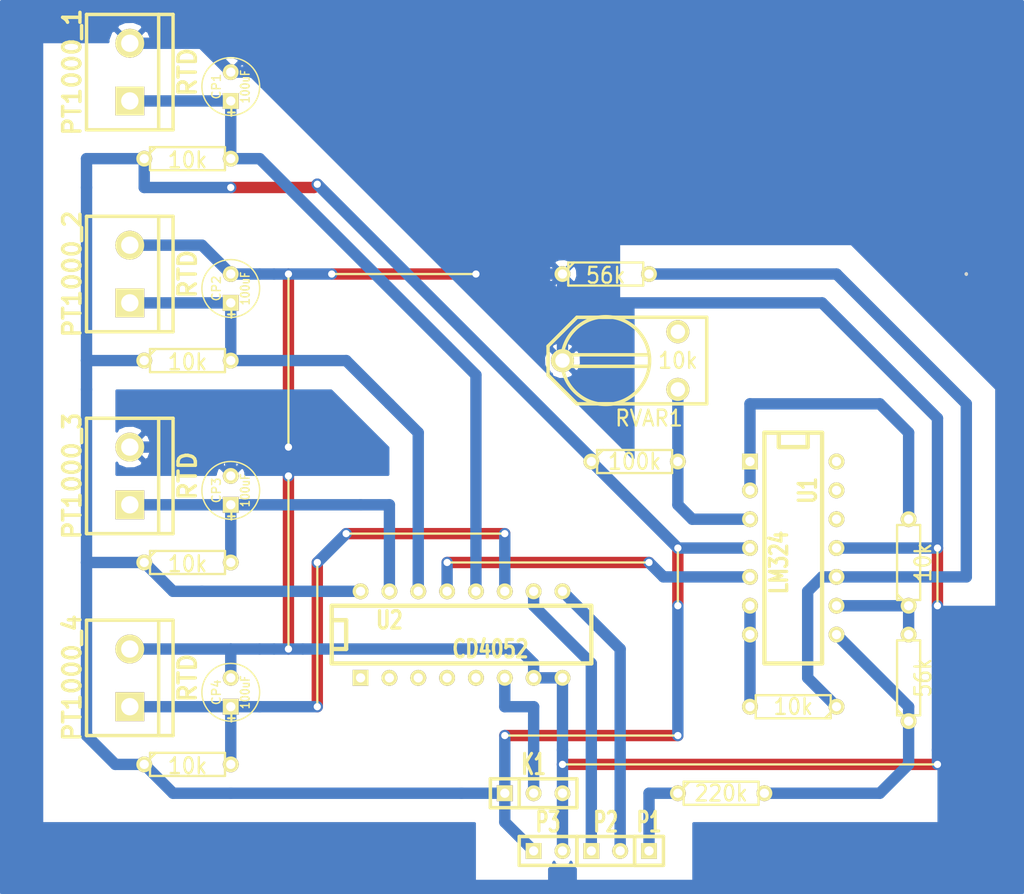
<source format=kicad_pcb>
(kicad_pcb (version 3) (host pcbnew "(2013-may-18)-stable")

  (general
    (links 51)
    (no_connects 0)
    (area 7.62 22.554267 97.790001 102.870001)
    (thickness 1.6)
    (drawings 17)
    (tracks 162)
    (zones 0)
    (modules 25)
    (nets 18)
  )

  (page A4 portrait)
  (layers
    (15 F.Cu signal)
    (0 B.Cu signal)
    (16 B.Adhes user)
    (17 F.Adhes user)
    (18 B.Paste user)
    (19 F.Paste user)
    (20 B.SilkS user)
    (21 F.SilkS user)
    (22 B.Mask user)
    (23 F.Mask user)
    (24 Dwgs.User user)
    (25 Cmts.User user)
    (26 Eco1.User user)
    (27 Eco2.User user)
  )

  (setup
    (last_trace_width 1)
    (trace_clearance 1)
    (zone_clearance 0.508)
    (zone_45_only no)
    (trace_min 0.254)
    (segment_width 0.2)
    (edge_width 0.15)
    (via_size 0.889)
    (via_drill 0.635)
    (via_min_size 0.889)
    (via_min_drill 0.508)
    (uvia_size 0.508)
    (uvia_drill 0.127)
    (uvias_allowed no)
    (uvia_min_size 0.508)
    (uvia_min_drill 0.127)
    (pcb_text_width 0.3)
    (pcb_text_size 1 1)
    (mod_edge_width 0.15)
    (mod_text_size 1 1)
    (mod_text_width 0.15)
    (pad_size 1.524 1.524)
    (pad_drill 1.016)
    (pad_to_mask_clearance 0)
    (aux_axis_origin 12.7 58.42)
    (visible_elements FFFFFFBF)
    (pcbplotparams
      (layerselection 1)
      (usegerberextensions false)
      (excludeedgelayer true)
      (linewidth 0.150000)
      (plotframeref false)
      (viasonmask false)
      (mode 0)
      (useauxorigin false)
      (hpglpennumber 1)
      (hpglpenspeed 20)
      (hpglpendiameter 15)
      (hpglpenoverlay 2)
      (psnegative false)
      (psa4output false)
      (plotreference true)
      (plotvalue true)
      (plotothertext true)
      (plotinvisibletext false)
      (padsonsilk false)
      (subtractmaskfromsilk false)
      (outputformat 2)
      (mirror true)
      (drillshape 2)
      (scaleselection 1)
      (outputdirectory .))
  )

  (net 0 "")
  (net 1 GND)
  (net 2 N-0000010)
  (net 3 N-0000011)
  (net 4 N-0000012)
  (net 5 N-0000013)
  (net 6 N-0000014)
  (net 7 N-0000015)
  (net 8 N-0000021)
  (net 9 N-0000022)
  (net 10 N-000003)
  (net 11 N-000004)
  (net 12 N-000005)
  (net 13 N-000006)
  (net 14 N-000007)
  (net 15 N-000008)
  (net 16 N-000009)
  (net 17 VCC)

  (net_class Default "This is the default net class."
    (clearance 1)
    (trace_width 1)
    (via_dia 0.889)
    (via_drill 0.635)
    (uvia_dia 0.508)
    (uvia_drill 0.127)
    (add_net "")
    (add_net GND)
    (add_net N-0000010)
    (add_net N-0000011)
    (add_net N-0000012)
    (add_net N-0000013)
    (add_net N-0000014)
    (add_net N-0000015)
    (add_net N-0000021)
    (add_net N-0000022)
    (add_net N-000003)
    (add_net N-000004)
    (add_net N-000005)
    (add_net N-000006)
    (add_net N-000007)
    (add_net N-000008)
    (add_net N-000009)
    (add_net VCC)
  )

  (module RV2X4 (layer F.Cu) (tedit 542E3783) (tstamp 542DC64C)
    (at 62.23 55.88 180)
    (descr "Resistance variable / Potentiometre")
    (tags R)
    (path /4C134982)
    (fp_text reference RVAR1 (at -2.54 -5.08 180) (layer F.SilkS)
      (effects (font (size 1.397 1.27) (thickness 0.2032)))
    )
    (fp_text value 10k (at -5.08 0 180) (layer F.SilkS)
      (effects (font (size 1.397 1.27) (thickness 0.2032)))
    )
    (fp_line (start -7.62 -3.81) (end 3.81 -3.81) (layer F.SilkS) (width 0.3048))
    (fp_line (start 3.81 -3.81) (end 6.35 -1.27) (layer F.SilkS) (width 0.3048))
    (fp_line (start 6.35 -1.27) (end 6.35 1.27) (layer F.SilkS) (width 0.3048))
    (fp_line (start 6.35 1.27) (end 3.81 3.81) (layer F.SilkS) (width 0.3048))
    (fp_line (start 3.81 3.81) (end -7.62 3.81) (layer F.SilkS) (width 0.3048))
    (fp_line (start -7.62 3.81) (end -7.62 -3.81) (layer F.SilkS) (width 0.3048))
    (fp_line (start 0.762 -3.81) (end 1.905 -3.81) (layer F.SilkS) (width 0.3048))
    (fp_line (start 1.651 3.81) (end 0.762 3.81) (layer F.SilkS) (width 0.3048))
    (fp_line (start -2.54 -0.508) (end 4.953 -0.508) (layer F.SilkS) (width 0.3048))
    (fp_line (start -2.54 0.508) (end 4.953 0.508) (layer F.SilkS) (width 0.3048))
    (fp_circle (center 1.27 0) (end -2.54 -0.635) (layer F.SilkS) (width 0.3048))
    (pad 1 thru_hole circle (at -5.08 -2.54 180) (size 2.032 2.032) (drill 1.27)
      (layers *.Cu *.Mask F.SilkS)
      (net 5 N-0000013)
    )
    (pad 2 thru_hole circle (at 5.08 0 180) (size 2.032 2.032) (drill 1.27)
      (layers *.Cu *.Mask F.SilkS)
      (net 1 GND)
    )
    (pad 3 thru_hole circle (at -5.08 2.54 180) (size 2.032 2.032) (drill 1.27)
      (layers *.Cu *.Mask F.SilkS)
    )
    (model discret/adjustable_rx2v4.wrl
      (at (xyz 0 0 0))
      (scale (xyz 1 1 1))
      (rotate (xyz 0 0 0))
    )
  )

  (module R3 (layer F.Cu) (tedit 542E931B) (tstamp 542DC65A)
    (at 87.63 73.66 90)
    (descr "Resitance 3 pas")
    (tags R)
    (path /4C036784)
    (autoplace_cost180 10)
    (fp_text reference R6 (at 0 0.127 90) (layer F.SilkS) hide
      (effects (font (size 1.397 1.27) (thickness 0.2032)))
    )
    (fp_text value 10k (at 0 1.27 90) (layer F.SilkS)
      (effects (font (size 1.397 1.27) (thickness 0.2032)))
    )
    (fp_line (start -3.81 0) (end -3.302 0) (layer F.SilkS) (width 0.2032))
    (fp_line (start 3.81 0) (end 3.302 0) (layer F.SilkS) (width 0.2032))
    (fp_line (start 3.302 0) (end 3.302 -1.016) (layer F.SilkS) (width 0.2032))
    (fp_line (start 3.302 -1.016) (end -3.302 -1.016) (layer F.SilkS) (width 0.2032))
    (fp_line (start -3.302 -1.016) (end -3.302 1.016) (layer F.SilkS) (width 0.2032))
    (fp_line (start -3.302 1.016) (end 3.302 1.016) (layer F.SilkS) (width 0.2032))
    (fp_line (start 3.302 1.016) (end 3.302 0) (layer F.SilkS) (width 0.2032))
    (fp_line (start -3.302 -0.508) (end -2.794 -1.016) (layer F.SilkS) (width 0.2032))
    (pad 1 thru_hole circle (at -3.81 0 90) (size 1.397 1.397) (drill 0.8128)
      (layers *.Cu *.Mask F.SilkS)
      (net 13 N-000006)
    )
    (pad 2 thru_hole circle (at 3.81 0 90) (size 1.397 1.397) (drill 0.8128)
      (layers *.Cu *.Mask F.SilkS)
      (net 12 N-000005)
    )
    (model discret/resistor.wrl
      (at (xyz 0 0 0))
      (scale (xyz 0.3 0.3 0.3))
      (rotate (xyz 0 0 0))
    )
  )

  (module R3 (layer F.Cu) (tedit 4E4C0E65) (tstamp 542DC668)
    (at 24.13 91.44)
    (descr "Resitance 3 pas")
    (tags R)
    (path /542D967C)
    (autoplace_cost180 10)
    (fp_text reference R4 (at 0 0.127) (layer F.SilkS) hide
      (effects (font (size 1.397 1.27) (thickness 0.2032)))
    )
    (fp_text value 10k (at 0 0.127) (layer F.SilkS)
      (effects (font (size 1.397 1.27) (thickness 0.2032)))
    )
    (fp_line (start -3.81 0) (end -3.302 0) (layer F.SilkS) (width 0.2032))
    (fp_line (start 3.81 0) (end 3.302 0) (layer F.SilkS) (width 0.2032))
    (fp_line (start 3.302 0) (end 3.302 -1.016) (layer F.SilkS) (width 0.2032))
    (fp_line (start 3.302 -1.016) (end -3.302 -1.016) (layer F.SilkS) (width 0.2032))
    (fp_line (start -3.302 -1.016) (end -3.302 1.016) (layer F.SilkS) (width 0.2032))
    (fp_line (start -3.302 1.016) (end 3.302 1.016) (layer F.SilkS) (width 0.2032))
    (fp_line (start 3.302 1.016) (end 3.302 0) (layer F.SilkS) (width 0.2032))
    (fp_line (start -3.302 -0.508) (end -2.794 -1.016) (layer F.SilkS) (width 0.2032))
    (pad 1 thru_hole circle (at -3.81 0) (size 1.397 1.397) (drill 0.8128)
      (layers *.Cu *.Mask F.SilkS)
      (net 17 VCC)
    )
    (pad 2 thru_hole circle (at 3.81 0) (size 1.397 1.397) (drill 0.8128)
      (layers *.Cu *.Mask F.SilkS)
      (net 11 N-000004)
    )
    (model discret/resistor.wrl
      (at (xyz 0 0 0))
      (scale (xyz 0.3 0.3 0.3))
      (rotate (xyz 0 0 0))
    )
  )

  (module R3 (layer F.Cu) (tedit 4E4C0E65) (tstamp 542DC676)
    (at 24.13 73.66)
    (descr "Resitance 3 pas")
    (tags R)
    (path /542D9653)
    (autoplace_cost180 10)
    (fp_text reference R3 (at 0 0.127) (layer F.SilkS) hide
      (effects (font (size 1.397 1.27) (thickness 0.2032)))
    )
    (fp_text value 10k (at 0 0.127) (layer F.SilkS)
      (effects (font (size 1.397 1.27) (thickness 0.2032)))
    )
    (fp_line (start -3.81 0) (end -3.302 0) (layer F.SilkS) (width 0.2032))
    (fp_line (start 3.81 0) (end 3.302 0) (layer F.SilkS) (width 0.2032))
    (fp_line (start 3.302 0) (end 3.302 -1.016) (layer F.SilkS) (width 0.2032))
    (fp_line (start 3.302 -1.016) (end -3.302 -1.016) (layer F.SilkS) (width 0.2032))
    (fp_line (start -3.302 -1.016) (end -3.302 1.016) (layer F.SilkS) (width 0.2032))
    (fp_line (start -3.302 1.016) (end 3.302 1.016) (layer F.SilkS) (width 0.2032))
    (fp_line (start 3.302 1.016) (end 3.302 0) (layer F.SilkS) (width 0.2032))
    (fp_line (start -3.302 -0.508) (end -2.794 -1.016) (layer F.SilkS) (width 0.2032))
    (pad 1 thru_hole circle (at -3.81 0) (size 1.397 1.397) (drill 0.8128)
      (layers *.Cu *.Mask F.SilkS)
      (net 17 VCC)
    )
    (pad 2 thru_hole circle (at 3.81 0) (size 1.397 1.397) (drill 0.8128)
      (layers *.Cu *.Mask F.SilkS)
      (net 15 N-000008)
    )
    (model discret/resistor.wrl
      (at (xyz 0 0 0))
      (scale (xyz 0.3 0.3 0.3))
      (rotate (xyz 0 0 0))
    )
  )

  (module R3 (layer F.Cu) (tedit 4E4C0E65) (tstamp 542DC684)
    (at 24.13 55.88)
    (descr "Resitance 3 pas")
    (tags R)
    (path /542D962A)
    (autoplace_cost180 10)
    (fp_text reference R2 (at 0 0.127) (layer F.SilkS) hide
      (effects (font (size 1.397 1.27) (thickness 0.2032)))
    )
    (fp_text value 10k (at 0 0.127) (layer F.SilkS)
      (effects (font (size 1.397 1.27) (thickness 0.2032)))
    )
    (fp_line (start -3.81 0) (end -3.302 0) (layer F.SilkS) (width 0.2032))
    (fp_line (start 3.81 0) (end 3.302 0) (layer F.SilkS) (width 0.2032))
    (fp_line (start 3.302 0) (end 3.302 -1.016) (layer F.SilkS) (width 0.2032))
    (fp_line (start 3.302 -1.016) (end -3.302 -1.016) (layer F.SilkS) (width 0.2032))
    (fp_line (start -3.302 -1.016) (end -3.302 1.016) (layer F.SilkS) (width 0.2032))
    (fp_line (start -3.302 1.016) (end 3.302 1.016) (layer F.SilkS) (width 0.2032))
    (fp_line (start 3.302 1.016) (end 3.302 0) (layer F.SilkS) (width 0.2032))
    (fp_line (start -3.302 -0.508) (end -2.794 -1.016) (layer F.SilkS) (width 0.2032))
    (pad 1 thru_hole circle (at -3.81 0) (size 1.397 1.397) (drill 0.8128)
      (layers *.Cu *.Mask F.SilkS)
      (net 17 VCC)
    )
    (pad 2 thru_hole circle (at 3.81 0) (size 1.397 1.397) (drill 0.8128)
      (layers *.Cu *.Mask F.SilkS)
      (net 9 N-0000022)
    )
    (model discret/resistor.wrl
      (at (xyz 0 0 0))
      (scale (xyz 0.3 0.3 0.3))
      (rotate (xyz 0 0 0))
    )
  )

  (module R3 (layer F.Cu) (tedit 542E35E7) (tstamp 542DC692)
    (at 63.5 64.77)
    (descr "Resitance 3 pas")
    (tags R)
    (path /4C036742)
    (autoplace_cost180 10)
    (fp_text reference R5 (at 0 0.127) (layer F.SilkS) hide
      (effects (font (size 1.397 1.27) (thickness 0.2032)))
    )
    (fp_text value 100k (at 0 0) (layer F.SilkS)
      (effects (font (size 1.397 1.27) (thickness 0.2032)))
    )
    (fp_line (start -3.81 0) (end -3.302 0) (layer F.SilkS) (width 0.2032))
    (fp_line (start 3.81 0) (end 3.302 0) (layer F.SilkS) (width 0.2032))
    (fp_line (start 3.302 0) (end 3.302 -1.016) (layer F.SilkS) (width 0.2032))
    (fp_line (start 3.302 -1.016) (end -3.302 -1.016) (layer F.SilkS) (width 0.2032))
    (fp_line (start -3.302 -1.016) (end -3.302 1.016) (layer F.SilkS) (width 0.2032))
    (fp_line (start -3.302 1.016) (end 3.302 1.016) (layer F.SilkS) (width 0.2032))
    (fp_line (start 3.302 1.016) (end 3.302 0) (layer F.SilkS) (width 0.2032))
    (fp_line (start -3.302 -0.508) (end -2.794 -1.016) (layer F.SilkS) (width 0.2032))
    (pad 1 thru_hole circle (at -3.81 0) (size 1.397 1.397) (drill 0.8128)
      (layers *.Cu *.Mask F.SilkS)
      (net 17 VCC)
    )
    (pad 2 thru_hole circle (at 3.81 0) (size 1.397 1.397) (drill 0.8128)
      (layers *.Cu *.Mask F.SilkS)
      (net 5 N-0000013)
    )
    (model discret/resistor.wrl
      (at (xyz 0 0 0))
      (scale (xyz 0.3 0.3 0.3))
      (rotate (xyz 0 0 0))
    )
  )

  (module R3 (layer F.Cu) (tedit 542E9315) (tstamp 542DC6A0)
    (at 87.63 83.82 90)
    (descr "Resitance 3 pas")
    (tags R)
    (path /4C03688D)
    (autoplace_cost180 10)
    (fp_text reference R8 (at 0 0.127 90) (layer F.SilkS) hide
      (effects (font (size 1.397 1.27) (thickness 0.2032)))
    )
    (fp_text value 56k (at 0 1.27 90) (layer F.SilkS)
      (effects (font (size 1.397 1.27) (thickness 0.2032)))
    )
    (fp_line (start -3.81 0) (end -3.302 0) (layer F.SilkS) (width 0.2032))
    (fp_line (start 3.81 0) (end 3.302 0) (layer F.SilkS) (width 0.2032))
    (fp_line (start 3.302 0) (end 3.302 -1.016) (layer F.SilkS) (width 0.2032))
    (fp_line (start 3.302 -1.016) (end -3.302 -1.016) (layer F.SilkS) (width 0.2032))
    (fp_line (start -3.302 -1.016) (end -3.302 1.016) (layer F.SilkS) (width 0.2032))
    (fp_line (start -3.302 1.016) (end 3.302 1.016) (layer F.SilkS) (width 0.2032))
    (fp_line (start 3.302 1.016) (end 3.302 0) (layer F.SilkS) (width 0.2032))
    (fp_line (start -3.302 -0.508) (end -2.794 -1.016) (layer F.SilkS) (width 0.2032))
    (pad 1 thru_hole circle (at -3.81 0 90) (size 1.397 1.397) (drill 0.8128)
      (layers *.Cu *.Mask F.SilkS)
      (net 6 N-0000014)
    )
    (pad 2 thru_hole circle (at 3.81 0 90) (size 1.397 1.397) (drill 0.8128)
      (layers *.Cu *.Mask F.SilkS)
      (net 13 N-000006)
    )
    (model discret/resistor.wrl
      (at (xyz 0 0 0))
      (scale (xyz 0.3 0.3 0.3))
      (rotate (xyz 0 0 0))
    )
  )

  (module R3 (layer F.Cu) (tedit 4E4C0E65) (tstamp 542DC6AE)
    (at 60.96 48.26)
    (descr "Resitance 3 pas")
    (tags R)
    (path /4C0368B2)
    (autoplace_cost180 10)
    (fp_text reference R9 (at 0 0.127) (layer F.SilkS) hide
      (effects (font (size 1.397 1.27) (thickness 0.2032)))
    )
    (fp_text value 56k (at 0 0.127) (layer F.SilkS)
      (effects (font (size 1.397 1.27) (thickness 0.2032)))
    )
    (fp_line (start -3.81 0) (end -3.302 0) (layer F.SilkS) (width 0.2032))
    (fp_line (start 3.81 0) (end 3.302 0) (layer F.SilkS) (width 0.2032))
    (fp_line (start 3.302 0) (end 3.302 -1.016) (layer F.SilkS) (width 0.2032))
    (fp_line (start 3.302 -1.016) (end -3.302 -1.016) (layer F.SilkS) (width 0.2032))
    (fp_line (start -3.302 -1.016) (end -3.302 1.016) (layer F.SilkS) (width 0.2032))
    (fp_line (start -3.302 1.016) (end 3.302 1.016) (layer F.SilkS) (width 0.2032))
    (fp_line (start 3.302 1.016) (end 3.302 0) (layer F.SilkS) (width 0.2032))
    (fp_line (start -3.302 -0.508) (end -2.794 -1.016) (layer F.SilkS) (width 0.2032))
    (pad 1 thru_hole circle (at -3.81 0) (size 1.397 1.397) (drill 0.8128)
      (layers *.Cu *.Mask F.SilkS)
      (net 1 GND)
    )
    (pad 2 thru_hole circle (at 3.81 0) (size 1.397 1.397) (drill 0.8128)
      (layers *.Cu *.Mask F.SilkS)
      (net 8 N-0000021)
    )
    (model discret/resistor.wrl
      (at (xyz 0 0 0))
      (scale (xyz 0.3 0.3 0.3))
      (rotate (xyz 0 0 0))
    )
  )

  (module R3 (layer F.Cu) (tedit 542E9362) (tstamp 542DC6BC)
    (at 77.47 86.36 180)
    (descr "Resitance 3 pas")
    (tags R)
    (path /4C03693E)
    (autoplace_cost180 10)
    (fp_text reference R7 (at 0 0.127 180) (layer F.SilkS) hide
      (effects (font (size 1.397 1.27) (thickness 0.2032)))
    )
    (fp_text value 10k (at 0 0 180) (layer F.SilkS)
      (effects (font (size 1.397 1.27) (thickness 0.2032)))
    )
    (fp_line (start -3.81 0) (end -3.302 0) (layer F.SilkS) (width 0.2032))
    (fp_line (start 3.81 0) (end 3.302 0) (layer F.SilkS) (width 0.2032))
    (fp_line (start 3.302 0) (end 3.302 -1.016) (layer F.SilkS) (width 0.2032))
    (fp_line (start 3.302 -1.016) (end -3.302 -1.016) (layer F.SilkS) (width 0.2032))
    (fp_line (start -3.302 -1.016) (end -3.302 1.016) (layer F.SilkS) (width 0.2032))
    (fp_line (start -3.302 1.016) (end 3.302 1.016) (layer F.SilkS) (width 0.2032))
    (fp_line (start 3.302 1.016) (end 3.302 0) (layer F.SilkS) (width 0.2032))
    (fp_line (start -3.302 -0.508) (end -2.794 -1.016) (layer F.SilkS) (width 0.2032))
    (pad 1 thru_hole circle (at -3.81 0 180) (size 1.397 1.397) (drill 0.8128)
      (layers *.Cu *.Mask F.SilkS)
      (net 8 N-0000021)
    )
    (pad 2 thru_hole circle (at 3.81 0 180) (size 1.397 1.397) (drill 0.8128)
      (layers *.Cu *.Mask F.SilkS)
      (net 14 N-000007)
    )
    (model discret/resistor.wrl
      (at (xyz 0 0 0))
      (scale (xyz 0.3 0.3 0.3))
      (rotate (xyz 0 0 0))
    )
  )

  (module R3 (layer F.Cu) (tedit 542EAEDA) (tstamp 542DC6CA)
    (at 71.12 93.98)
    (descr "Resitance 3 pas")
    (tags R)
    (path /4C1348E2)
    (autoplace_cost180 10)
    (fp_text reference R10 (at 0 0.127) (layer F.SilkS) hide
      (effects (font (size 1.397 1.27) (thickness 0.2032)))
    )
    (fp_text value 220k (at 0 0) (layer F.SilkS)
      (effects (font (size 1.397 1.27) (thickness 0.2032)))
    )
    (fp_line (start -3.81 0) (end -3.302 0) (layer F.SilkS) (width 0.2032))
    (fp_line (start 3.81 0) (end 3.302 0) (layer F.SilkS) (width 0.2032))
    (fp_line (start 3.302 0) (end 3.302 -1.016) (layer F.SilkS) (width 0.2032))
    (fp_line (start 3.302 -1.016) (end -3.302 -1.016) (layer F.SilkS) (width 0.2032))
    (fp_line (start -3.302 -1.016) (end -3.302 1.016) (layer F.SilkS) (width 0.2032))
    (fp_line (start -3.302 1.016) (end 3.302 1.016) (layer F.SilkS) (width 0.2032))
    (fp_line (start 3.302 1.016) (end 3.302 0) (layer F.SilkS) (width 0.2032))
    (fp_line (start -3.302 -0.508) (end -2.794 -1.016) (layer F.SilkS) (width 0.2032))
    (pad 1 thru_hole circle (at -3.81 0) (size 1.397 1.397) (drill 0.8128)
      (layers *.Cu *.Mask F.SilkS)
      (net 4 N-0000012)
    )
    (pad 2 thru_hole circle (at 3.81 0) (size 1.397 1.397) (drill 0.8128)
      (layers *.Cu *.Mask F.SilkS)
      (net 6 N-0000014)
    )
    (model discret/resistor.wrl
      (at (xyz 0 0 0))
      (scale (xyz 0.3 0.3 0.3))
      (rotate (xyz 0 0 0))
    )
  )

  (module R3 (layer F.Cu) (tedit 4E4C0E65) (tstamp 542DC6D8)
    (at 24.13 38.1)
    (descr "Resitance 3 pas")
    (tags R)
    (path /4C037314)
    (autoplace_cost180 10)
    (fp_text reference R1 (at 0 0.127) (layer F.SilkS) hide
      (effects (font (size 1.397 1.27) (thickness 0.2032)))
    )
    (fp_text value 10k (at 0 0.127) (layer F.SilkS)
      (effects (font (size 1.397 1.27) (thickness 0.2032)))
    )
    (fp_line (start -3.81 0) (end -3.302 0) (layer F.SilkS) (width 0.2032))
    (fp_line (start 3.81 0) (end 3.302 0) (layer F.SilkS) (width 0.2032))
    (fp_line (start 3.302 0) (end 3.302 -1.016) (layer F.SilkS) (width 0.2032))
    (fp_line (start 3.302 -1.016) (end -3.302 -1.016) (layer F.SilkS) (width 0.2032))
    (fp_line (start -3.302 -1.016) (end -3.302 1.016) (layer F.SilkS) (width 0.2032))
    (fp_line (start -3.302 1.016) (end 3.302 1.016) (layer F.SilkS) (width 0.2032))
    (fp_line (start 3.302 1.016) (end 3.302 0) (layer F.SilkS) (width 0.2032))
    (fp_line (start -3.302 -0.508) (end -2.794 -1.016) (layer F.SilkS) (width 0.2032))
    (pad 1 thru_hole circle (at -3.81 0) (size 1.397 1.397) (drill 0.8128)
      (layers *.Cu *.Mask F.SilkS)
      (net 17 VCC)
    )
    (pad 2 thru_hole circle (at 3.81 0) (size 1.397 1.397) (drill 0.8128)
      (layers *.Cu *.Mask F.SilkS)
      (net 7 N-0000015)
    )
    (model discret/resistor.wrl
      (at (xyz 0 0 0))
      (scale (xyz 0.3 0.3 0.3))
      (rotate (xyz 0 0 0))
    )
  )

  (module DIP-16__300 (layer F.Cu) (tedit 200000) (tstamp 542DC6F4)
    (at 48.26 80.01)
    (descr "16 pins DIL package, round pads")
    (tags DIL)
    (path /4C036E4D)
    (fp_text reference U2 (at -6.35 -1.27) (layer F.SilkS)
      (effects (font (size 1.524 1.143) (thickness 0.3048)))
    )
    (fp_text value CD4052 (at 2.54 1.27) (layer F.SilkS)
      (effects (font (size 1.524 1.143) (thickness 0.3048)))
    )
    (fp_line (start -11.43 -1.27) (end -11.43 -1.27) (layer F.SilkS) (width 0.381))
    (fp_line (start -11.43 -1.27) (end -10.16 -1.27) (layer F.SilkS) (width 0.381))
    (fp_line (start -10.16 -1.27) (end -10.16 1.27) (layer F.SilkS) (width 0.381))
    (fp_line (start -10.16 1.27) (end -11.43 1.27) (layer F.SilkS) (width 0.381))
    (fp_line (start -11.43 -2.54) (end 11.43 -2.54) (layer F.SilkS) (width 0.381))
    (fp_line (start 11.43 -2.54) (end 11.43 2.54) (layer F.SilkS) (width 0.381))
    (fp_line (start 11.43 2.54) (end -11.43 2.54) (layer F.SilkS) (width 0.381))
    (fp_line (start -11.43 2.54) (end -11.43 -2.54) (layer F.SilkS) (width 0.381))
    (pad 1 thru_hole rect (at -8.89 3.81) (size 1.397 1.397) (drill 0.8128)
      (layers *.Cu *.Mask F.SilkS)
    )
    (pad 2 thru_hole circle (at -6.35 3.81) (size 1.397 1.397) (drill 0.8128)
      (layers *.Cu *.Mask F.SilkS)
    )
    (pad 3 thru_hole circle (at -3.81 3.81) (size 1.397 1.397) (drill 0.8128)
      (layers *.Cu *.Mask F.SilkS)
    )
    (pad 4 thru_hole circle (at -1.27 3.81) (size 1.397 1.397) (drill 0.8128)
      (layers *.Cu *.Mask F.SilkS)
    )
    (pad 5 thru_hole circle (at 1.27 3.81) (size 1.397 1.397) (drill 0.8128)
      (layers *.Cu *.Mask F.SilkS)
    )
    (pad 6 thru_hole circle (at 3.81 3.81) (size 1.397 1.397) (drill 0.8128)
      (layers *.Cu *.Mask F.SilkS)
      (net 3 N-0000011)
    )
    (pad 7 thru_hole circle (at 6.35 3.81) (size 1.397 1.397) (drill 0.8128)
      (layers *.Cu *.Mask F.SilkS)
      (net 1 GND)
    )
    (pad 8 thru_hole circle (at 8.89 3.81) (size 1.397 1.397) (drill 0.8128)
      (layers *.Cu *.Mask F.SilkS)
      (net 1 GND)
    )
    (pad 9 thru_hole circle (at 8.89 -3.81) (size 1.397 1.397) (drill 0.8128)
      (layers *.Cu *.Mask F.SilkS)
      (net 2 N-0000010)
    )
    (pad 10 thru_hole circle (at 6.35 -3.81) (size 1.397 1.397) (drill 0.8128)
      (layers *.Cu *.Mask F.SilkS)
      (net 16 N-000009)
    )
    (pad 11 thru_hole circle (at 3.81 -3.81) (size 1.397 1.397) (drill 0.8128)
      (layers *.Cu *.Mask F.SilkS)
      (net 11 N-000004)
    )
    (pad 12 thru_hole circle (at 1.27 -3.81) (size 1.397 1.397) (drill 0.8128)
      (layers *.Cu *.Mask F.SilkS)
      (net 7 N-0000015)
    )
    (pad 13 thru_hole circle (at -1.27 -3.81) (size 1.397 1.397) (drill 0.8128)
      (layers *.Cu *.Mask F.SilkS)
      (net 10 N-000003)
    )
    (pad 14 thru_hole circle (at -3.81 -3.81) (size 1.397 1.397) (drill 0.8128)
      (layers *.Cu *.Mask F.SilkS)
      (net 9 N-0000022)
    )
    (pad 15 thru_hole circle (at -6.35 -3.81) (size 1.397 1.397) (drill 0.8128)
      (layers *.Cu *.Mask F.SilkS)
      (net 15 N-000008)
    )
    (pad 16 thru_hole circle (at -8.89 -3.81) (size 1.397 1.397) (drill 0.8128)
      (layers *.Cu *.Mask F.SilkS)
      (net 17 VCC)
    )
    (model dil/dil_16.wrl
      (at (xyz 0 0 0))
      (scale (xyz 1 1 1))
      (rotate (xyz 0 0 0))
    )
  )

  (module DIP-14__300 (layer F.Cu) (tedit 200000) (tstamp 542DC70D)
    (at 77.47 72.39 270)
    (descr "14 pins DIL package, round pads")
    (tags DIL)
    (path /4C03695F)
    (fp_text reference U1 (at -5.08 -1.27 270) (layer F.SilkS)
      (effects (font (size 1.524 1.143) (thickness 0.3048)))
    )
    (fp_text value LM324 (at 1.27 1.27 270) (layer F.SilkS)
      (effects (font (size 1.524 1.143) (thickness 0.3048)))
    )
    (fp_line (start -10.16 -2.54) (end 10.16 -2.54) (layer F.SilkS) (width 0.381))
    (fp_line (start 10.16 2.54) (end -10.16 2.54) (layer F.SilkS) (width 0.381))
    (fp_line (start -10.16 2.54) (end -10.16 -2.54) (layer F.SilkS) (width 0.381))
    (fp_line (start -10.16 -1.27) (end -8.89 -1.27) (layer F.SilkS) (width 0.381))
    (fp_line (start -8.89 -1.27) (end -8.89 1.27) (layer F.SilkS) (width 0.381))
    (fp_line (start -8.89 1.27) (end -10.16 1.27) (layer F.SilkS) (width 0.381))
    (fp_line (start 10.16 -2.54) (end 10.16 2.54) (layer F.SilkS) (width 0.381))
    (pad 1 thru_hole rect (at -7.62 3.81 270) (size 1.397 1.397) (drill 0.8128)
      (layers *.Cu *.Mask F.SilkS)
      (net 12 N-000005)
    )
    (pad 2 thru_hole circle (at -5.08 3.81 270) (size 1.397 1.397) (drill 0.8128)
      (layers *.Cu *.Mask F.SilkS)
      (net 12 N-000005)
    )
    (pad 3 thru_hole circle (at -2.54 3.81 270) (size 1.397 1.397) (drill 0.8128)
      (layers *.Cu *.Mask F.SilkS)
      (net 5 N-0000013)
    )
    (pad 4 thru_hole circle (at 0 3.81 270) (size 1.397 1.397) (drill 0.8128)
      (layers *.Cu *.Mask F.SilkS)
      (net 17 VCC)
    )
    (pad 5 thru_hole circle (at 2.54 3.81 270) (size 1.397 1.397) (drill 0.8128)
      (layers *.Cu *.Mask F.SilkS)
      (net 10 N-000003)
    )
    (pad 6 thru_hole circle (at 5.08 3.81 270) (size 1.397 1.397) (drill 0.8128)
      (layers *.Cu *.Mask F.SilkS)
      (net 14 N-000007)
    )
    (pad 7 thru_hole circle (at 7.62 3.81 270) (size 1.397 1.397) (drill 0.8128)
      (layers *.Cu *.Mask F.SilkS)
      (net 14 N-000007)
    )
    (pad 8 thru_hole circle (at 7.62 -3.81 270) (size 1.397 1.397) (drill 0.8128)
      (layers *.Cu *.Mask F.SilkS)
      (net 6 N-0000014)
    )
    (pad 9 thru_hole circle (at 5.08 -3.81 270) (size 1.397 1.397) (drill 0.8128)
      (layers *.Cu *.Mask F.SilkS)
      (net 13 N-000006)
    )
    (pad 10 thru_hole circle (at 2.54 -3.81 270) (size 1.397 1.397) (drill 0.8128)
      (layers *.Cu *.Mask F.SilkS)
      (net 8 N-0000021)
    )
    (pad 11 thru_hole circle (at 0 -3.81 270) (size 1.397 1.397) (drill 0.8128)
      (layers *.Cu *.Mask F.SilkS)
      (net 1 GND)
    )
    (pad 12 thru_hole circle (at -2.54 -3.81 270) (size 1.397 1.397) (drill 0.8128)
      (layers *.Cu *.Mask F.SilkS)
    )
    (pad 13 thru_hole circle (at -5.08 -3.81 270) (size 1.397 1.397) (drill 0.8128)
      (layers *.Cu *.Mask F.SilkS)
    )
    (pad 14 thru_hole circle (at -7.62 -3.81 270) (size 1.397 1.397) (drill 0.8128)
      (layers *.Cu *.Mask F.SilkS)
    )
    (model dil/dil_14.wrl
      (at (xyz 0 0 0))
      (scale (xyz 1 1 1))
      (rotate (xyz 0 0 0))
    )
  )

  (module C1V5 (layer F.Cu) (tedit 3E070CF4) (tstamp 542DC715)
    (at 27.94 49.53 90)
    (descr "Condensateur e = 1 pas")
    (tags C)
    (path /542D9612)
    (fp_text reference CP2 (at 0 -1.26746 90) (layer F.SilkS)
      (effects (font (size 0.762 0.762) (thickness 0.127)))
    )
    (fp_text value 100uF (at 0 1.27 90) (layer F.SilkS)
      (effects (font (size 0.762 0.635) (thickness 0.127)))
    )
    (fp_text user + (at -2.286 0 90) (layer F.SilkS)
      (effects (font (size 0.762 0.762) (thickness 0.2032)))
    )
    (fp_circle (center 0 0) (end 0.127 -2.54) (layer F.SilkS) (width 0.127))
    (pad 1 thru_hole rect (at -1.27 0 90) (size 1.397 1.397) (drill 0.8128)
      (layers *.Cu *.Mask F.SilkS)
      (net 9 N-0000022)
    )
    (pad 2 thru_hole circle (at 1.27 0 90) (size 1.397 1.397) (drill 0.8128)
      (layers *.Cu *.Mask F.SilkS)
      (net 1 GND)
    )
    (model discret/c_vert_c1v5.wrl
      (at (xyz 0 0 0))
      (scale (xyz 1 1 1))
      (rotate (xyz 0 0 0))
    )
  )

  (module C1V5 (layer F.Cu) (tedit 3E070CF4) (tstamp 542DC71D)
    (at 27.94 67.31 90)
    (descr "Condensateur e = 1 pas")
    (tags C)
    (path /542D963B)
    (fp_text reference CP3 (at 0 -1.26746 90) (layer F.SilkS)
      (effects (font (size 0.762 0.762) (thickness 0.127)))
    )
    (fp_text value 100uF (at 0 1.27 90) (layer F.SilkS)
      (effects (font (size 0.762 0.635) (thickness 0.127)))
    )
    (fp_text user + (at -2.286 0 90) (layer F.SilkS)
      (effects (font (size 0.762 0.762) (thickness 0.2032)))
    )
    (fp_circle (center 0 0) (end 0.127 -2.54) (layer F.SilkS) (width 0.127))
    (pad 1 thru_hole rect (at -1.27 0 90) (size 1.397 1.397) (drill 0.8128)
      (layers *.Cu *.Mask F.SilkS)
      (net 15 N-000008)
    )
    (pad 2 thru_hole circle (at 1.27 0 90) (size 1.397 1.397) (drill 0.8128)
      (layers *.Cu *.Mask F.SilkS)
      (net 1 GND)
    )
    (model discret/c_vert_c1v5.wrl
      (at (xyz 0 0 0))
      (scale (xyz 1 1 1))
      (rotate (xyz 0 0 0))
    )
  )

  (module C1V5 (layer F.Cu) (tedit 3E070CF4) (tstamp 542DC725)
    (at 27.94 85.09 90)
    (descr "Condensateur e = 1 pas")
    (tags C)
    (path /542D9664)
    (fp_text reference CP4 (at 0 -1.26746 90) (layer F.SilkS)
      (effects (font (size 0.762 0.762) (thickness 0.127)))
    )
    (fp_text value 100uF (at 0 1.27 90) (layer F.SilkS)
      (effects (font (size 0.762 0.635) (thickness 0.127)))
    )
    (fp_text user + (at -2.286 0 90) (layer F.SilkS)
      (effects (font (size 0.762 0.762) (thickness 0.2032)))
    )
    (fp_circle (center 0 0) (end 0.127 -2.54) (layer F.SilkS) (width 0.127))
    (pad 1 thru_hole rect (at -1.27 0 90) (size 1.397 1.397) (drill 0.8128)
      (layers *.Cu *.Mask F.SilkS)
      (net 11 N-000004)
    )
    (pad 2 thru_hole circle (at 1.27 0 90) (size 1.397 1.397) (drill 0.8128)
      (layers *.Cu *.Mask F.SilkS)
      (net 1 GND)
    )
    (model discret/c_vert_c1v5.wrl
      (at (xyz 0 0 0))
      (scale (xyz 1 1 1))
      (rotate (xyz 0 0 0))
    )
  )

  (module C1V5 (layer F.Cu) (tedit 3E070CF4) (tstamp 542DC72D)
    (at 27.94 31.75 90)
    (descr "Condensateur e = 1 pas")
    (tags C)
    (path /4C037318)
    (fp_text reference CP1 (at 0 -1.26746 90) (layer F.SilkS)
      (effects (font (size 0.762 0.762) (thickness 0.127)))
    )
    (fp_text value 100uF (at 0 1.27 90) (layer F.SilkS)
      (effects (font (size 0.762 0.635) (thickness 0.127)))
    )
    (fp_text user + (at -2.286 0 90) (layer F.SilkS)
      (effects (font (size 0.762 0.762) (thickness 0.2032)))
    )
    (fp_circle (center 0 0) (end 0.127 -2.54) (layer F.SilkS) (width 0.127))
    (pad 1 thru_hole rect (at -1.27 0 90) (size 1.397 1.397) (drill 0.8128)
      (layers *.Cu *.Mask F.SilkS)
      (net 7 N-0000015)
    )
    (pad 2 thru_hole circle (at 1.27 0 90) (size 1.397 1.397) (drill 0.8128)
      (layers *.Cu *.Mask F.SilkS)
      (net 1 GND)
    )
    (model discret/c_vert_c1v5.wrl
      (at (xyz 0 0 0))
      (scale (xyz 1 1 1))
      (rotate (xyz 0 0 0))
    )
  )

  (module bornier2 (layer F.Cu) (tedit 3EC0ED69) (tstamp 542DC75A)
    (at 19.05 83.82 90)
    (descr "Bornier d'alimentation 2 pins")
    (tags DEV)
    (path /542D9676)
    (fp_text reference PT1000_4 (at 0 -5.08 90) (layer F.SilkS)
      (effects (font (size 1.524 1.524) (thickness 0.3048)))
    )
    (fp_text value RTD (at 0 5.08 90) (layer F.SilkS)
      (effects (font (size 1.524 1.524) (thickness 0.3048)))
    )
    (fp_line (start 5.08 2.54) (end -5.08 2.54) (layer F.SilkS) (width 0.3048))
    (fp_line (start 5.08 3.81) (end 5.08 -3.81) (layer F.SilkS) (width 0.3048))
    (fp_line (start 5.08 -3.81) (end -5.08 -3.81) (layer F.SilkS) (width 0.3048))
    (fp_line (start -5.08 -3.81) (end -5.08 3.81) (layer F.SilkS) (width 0.3048))
    (fp_line (start -5.08 3.81) (end 5.08 3.81) (layer F.SilkS) (width 0.3048))
    (pad 1 thru_hole rect (at -2.54 0 90) (size 2.54 2.54) (drill 1.524)
      (layers *.Cu *.Mask F.SilkS)
      (net 11 N-000004)
    )
    (pad 2 thru_hole circle (at 2.54 0 90) (size 2.54 2.54) (drill 1.524)
      (layers *.Cu *.Mask F.SilkS)
      (net 1 GND)
    )
    (model device/bornier_2.wrl
      (at (xyz 0 0 0))
      (scale (xyz 1 1 1))
      (rotate (xyz 0 0 0))
    )
  )

  (module bornier2 (layer F.Cu) (tedit 3EC0ED69) (tstamp 542DC765)
    (at 19.05 66.04 90)
    (descr "Bornier d'alimentation 2 pins")
    (tags DEV)
    (path /542D964D)
    (fp_text reference PT1000_3 (at 0 -5.08 90) (layer F.SilkS)
      (effects (font (size 1.524 1.524) (thickness 0.3048)))
    )
    (fp_text value RTD (at 0 5.08 90) (layer F.SilkS)
      (effects (font (size 1.524 1.524) (thickness 0.3048)))
    )
    (fp_line (start 5.08 2.54) (end -5.08 2.54) (layer F.SilkS) (width 0.3048))
    (fp_line (start 5.08 3.81) (end 5.08 -3.81) (layer F.SilkS) (width 0.3048))
    (fp_line (start 5.08 -3.81) (end -5.08 -3.81) (layer F.SilkS) (width 0.3048))
    (fp_line (start -5.08 -3.81) (end -5.08 3.81) (layer F.SilkS) (width 0.3048))
    (fp_line (start -5.08 3.81) (end 5.08 3.81) (layer F.SilkS) (width 0.3048))
    (pad 1 thru_hole rect (at -2.54 0 90) (size 2.54 2.54) (drill 1.524)
      (layers *.Cu *.Mask F.SilkS)
      (net 15 N-000008)
    )
    (pad 2 thru_hole circle (at 2.54 0 90) (size 2.54 2.54) (drill 1.524)
      (layers *.Cu *.Mask F.SilkS)
      (net 1 GND)
    )
    (model device/bornier_2.wrl
      (at (xyz 0 0 0))
      (scale (xyz 1 1 1))
      (rotate (xyz 0 0 0))
    )
  )

  (module bornier2 (layer F.Cu) (tedit 3EC0ED69) (tstamp 542DC770)
    (at 19.05 48.26 90)
    (descr "Bornier d'alimentation 2 pins")
    (tags DEV)
    (path /542D9624)
    (fp_text reference PT1000_2 (at 0 -5.08 90) (layer F.SilkS)
      (effects (font (size 1.524 1.524) (thickness 0.3048)))
    )
    (fp_text value RTD (at 0 5.08 90) (layer F.SilkS)
      (effects (font (size 1.524 1.524) (thickness 0.3048)))
    )
    (fp_line (start 5.08 2.54) (end -5.08 2.54) (layer F.SilkS) (width 0.3048))
    (fp_line (start 5.08 3.81) (end 5.08 -3.81) (layer F.SilkS) (width 0.3048))
    (fp_line (start 5.08 -3.81) (end -5.08 -3.81) (layer F.SilkS) (width 0.3048))
    (fp_line (start -5.08 -3.81) (end -5.08 3.81) (layer F.SilkS) (width 0.3048))
    (fp_line (start -5.08 3.81) (end 5.08 3.81) (layer F.SilkS) (width 0.3048))
    (pad 1 thru_hole rect (at -2.54 0 90) (size 2.54 2.54) (drill 1.524)
      (layers *.Cu *.Mask F.SilkS)
      (net 9 N-0000022)
    )
    (pad 2 thru_hole circle (at 2.54 0 90) (size 2.54 2.54) (drill 1.524)
      (layers *.Cu *.Mask F.SilkS)
      (net 1 GND)
    )
    (model device/bornier_2.wrl
      (at (xyz 0 0 0))
      (scale (xyz 1 1 1))
      (rotate (xyz 0 0 0))
    )
  )

  (module bornier2 (layer F.Cu) (tedit 3EC0ED69) (tstamp 542DC77B)
    (at 19.05 30.48 90)
    (descr "Bornier d'alimentation 2 pins")
    (tags DEV)
    (path /4C037315)
    (fp_text reference PT1000_1 (at 0 -5.08 90) (layer F.SilkS)
      (effects (font (size 1.524 1.524) (thickness 0.3048)))
    )
    (fp_text value RTD (at 0 5.08 90) (layer F.SilkS)
      (effects (font (size 1.524 1.524) (thickness 0.3048)))
    )
    (fp_line (start 5.08 2.54) (end -5.08 2.54) (layer F.SilkS) (width 0.3048))
    (fp_line (start 5.08 3.81) (end 5.08 -3.81) (layer F.SilkS) (width 0.3048))
    (fp_line (start 5.08 -3.81) (end -5.08 -3.81) (layer F.SilkS) (width 0.3048))
    (fp_line (start -5.08 -3.81) (end -5.08 3.81) (layer F.SilkS) (width 0.3048))
    (fp_line (start -5.08 3.81) (end 5.08 3.81) (layer F.SilkS) (width 0.3048))
    (pad 1 thru_hole rect (at -2.54 0 90) (size 2.54 2.54) (drill 1.524)
      (layers *.Cu *.Mask F.SilkS)
      (net 7 N-0000015)
    )
    (pad 2 thru_hole circle (at 2.54 0 90) (size 2.54 2.54) (drill 1.524)
      (layers *.Cu *.Mask F.SilkS)
      (net 1 GND)
    )
    (model device/bornier_2.wrl
      (at (xyz 0 0 0))
      (scale (xyz 1 1 1))
      (rotate (xyz 0 0 0))
    )
  )

  (module SIL-3 (layer F.Cu) (tedit 200000) (tstamp 542DC739)
    (at 54.61 93.98)
    (descr "Connecteur 3 pins")
    (tags "CONN DEV")
    (path /542DCD07)
    (fp_text reference K1 (at 0 -2.54) (layer F.SilkS)
      (effects (font (size 1.7907 1.07696) (thickness 0.3048)))
    )
    (fp_text value CONN_3 (at 0 -2.54) (layer F.SilkS) hide
      (effects (font (size 1.524 1.016) (thickness 0.3048)))
    )
    (fp_line (start -3.81 1.27) (end -3.81 -1.27) (layer F.SilkS) (width 0.3048))
    (fp_line (start -3.81 -1.27) (end 3.81 -1.27) (layer F.SilkS) (width 0.3048))
    (fp_line (start 3.81 -1.27) (end 3.81 1.27) (layer F.SilkS) (width 0.3048))
    (fp_line (start 3.81 1.27) (end -3.81 1.27) (layer F.SilkS) (width 0.3048))
    (fp_line (start -1.27 -1.27) (end -1.27 1.27) (layer F.SilkS) (width 0.3048))
    (pad 1 thru_hole rect (at -2.54 0) (size 1.397 1.397) (drill 0.8128)
      (layers *.Cu *.Mask F.SilkS)
      (net 17 VCC)
    )
    (pad 2 thru_hole circle (at 0 0) (size 1.397 1.397) (drill 0.8128)
      (layers *.Cu *.Mask F.SilkS)
      (net 3 N-0000011)
    )
    (pad 3 thru_hole circle (at 2.54 0) (size 1.397 1.397) (drill 0.8128)
      (layers *.Cu *.Mask F.SilkS)
      (net 1 GND)
    )
  )

  (module SIL-2 (layer F.Cu) (tedit 200000) (tstamp 542DC744)
    (at 55.88 99.06)
    (descr "Connecteurs 2 pins")
    (tags "CONN DEV")
    (path /542DCFFF)
    (fp_text reference P3 (at 0 -2.54) (layer F.SilkS)
      (effects (font (size 1.72974 1.08712) (thickness 0.3048)))
    )
    (fp_text value CONN_2 (at 0 -2.54) (layer F.SilkS) hide
      (effects (font (size 1.524 1.016) (thickness 0.3048)))
    )
    (fp_line (start -2.54 1.27) (end -2.54 -1.27) (layer F.SilkS) (width 0.3048))
    (fp_line (start -2.54 -1.27) (end 2.54 -1.27) (layer F.SilkS) (width 0.3048))
    (fp_line (start 2.54 -1.27) (end 2.54 1.27) (layer F.SilkS) (width 0.3048))
    (fp_line (start 2.54 1.27) (end -2.54 1.27) (layer F.SilkS) (width 0.3048))
    (pad 1 thru_hole rect (at -1.27 0) (size 1.397 1.397) (drill 0.8128)
      (layers *.Cu *.Mask F.SilkS)
      (net 17 VCC)
    )
    (pad 2 thru_hole circle (at 1.27 0) (size 1.397 1.397) (drill 0.8128)
      (layers *.Cu *.Mask F.SilkS)
      (net 1 GND)
    )
  )

  (module SIL-2 (layer F.Cu) (tedit 200000) (tstamp 542DC74F)
    (at 60.96 99.06)
    (descr "Connecteurs 2 pins")
    (tags "CONN DEV")
    (path /542DCB24)
    (fp_text reference P2 (at 0 -2.54) (layer F.SilkS)
      (effects (font (size 1.72974 1.08712) (thickness 0.3048)))
    )
    (fp_text value CONN_2 (at 0 -2.54) (layer F.SilkS) hide
      (effects (font (size 1.524 1.016) (thickness 0.3048)))
    )
    (fp_line (start -2.54 1.27) (end -2.54 -1.27) (layer F.SilkS) (width 0.3048))
    (fp_line (start -2.54 -1.27) (end 2.54 -1.27) (layer F.SilkS) (width 0.3048))
    (fp_line (start 2.54 -1.27) (end 2.54 1.27) (layer F.SilkS) (width 0.3048))
    (fp_line (start 2.54 1.27) (end -2.54 1.27) (layer F.SilkS) (width 0.3048))
    (pad 1 thru_hole rect (at -1.27 0) (size 1.397 1.397) (drill 0.8128)
      (layers *.Cu *.Mask F.SilkS)
      (net 16 N-000009)
    )
    (pad 2 thru_hole circle (at 1.27 0) (size 1.397 1.397) (drill 0.8128)
      (layers *.Cu *.Mask F.SilkS)
      (net 2 N-0000010)
    )
  )

  (module SIL-1 (layer F.Cu) (tedit 4C5EAF64) (tstamp 542DC781)
    (at 64.77 99.06)
    (descr "Connecteurs 1 pin")
    (tags "CONN DEV")
    (path /542DCF7F)
    (fp_text reference P1 (at 0 -2.54) (layer F.SilkS)
      (effects (font (size 1.72974 1.08712) (thickness 0.27178)))
    )
    (fp_text value CONN_1 (at 0 -2.54) (layer F.SilkS) hide
      (effects (font (size 1.524 1.016) (thickness 0.254)))
    )
    (fp_line (start -1.27 1.27) (end 1.27 1.27) (layer F.SilkS) (width 0.3175))
    (fp_line (start -1.27 -1.27) (end 1.27 -1.27) (layer F.SilkS) (width 0.3175))
    (fp_line (start -1.27 1.27) (end -1.27 -1.27) (layer F.SilkS) (width 0.3048))
    (fp_line (start 1.27 -1.27) (end 1.27 1.27) (layer F.SilkS) (width 0.3048))
    (pad 1 thru_hole rect (at 0 0) (size 1.397 1.397) (drill 0.8128)
      (layers *.Cu *.Mask F.SilkS)
      (net 4 N-0000012)
    )
  )

  (target plus (at 92.71 48.26) (size 0.005) (width 0.15) (layer Edge.Cuts))
  (target plus (at 92.71 48.26) (size 0.005) (width 0.15) (layer Edge.Cuts))
  (target plus (at 92.71 48.26) (size 0.005) (width 0.15) (layer Edge.Cuts))
  (target plus (at 92.71 48.26) (size 0.005) (width 0.15) (layer Edge.Cuts))
  (target plus (at 92.71 48.26) (size 0.005) (width 0.15) (layer Edge.Cuts))
  (target plus (at 92.71 48.26) (size 0.005) (width 0.15) (layer Edge.Cuts))
  (target plus (at 92.71 48.26) (size 0.005) (width 0.15) (layer Edge.Cuts))
  (gr_line (start 52.07 88.9) (end 67.31 88.9) (angle 90) (layer F.SilkS) (width 0.2))
  (gr_line (start 90.17 91.44) (end 57.15 91.44) (angle 90) (layer F.SilkS) (width 0.2))
  (gr_line (start 36.83 48.26) (end 49.53 48.26) (angle 90) (layer F.SilkS) (width 0.2))
  (gr_line (start 33.02 63.5) (end 33.02 48.26) (angle 90) (layer F.SilkS) (width 0.2))
  (gr_line (start 90.17 72.39) (end 90.17 77.47) (angle 90) (layer F.SilkS) (width 0.2))
  (gr_line (start 67.31 72.39) (end 67.31 77.47) (angle 90) (layer F.SilkS) (width 0.2))
  (gr_line (start 46.99 73.66) (end 64.77 73.66) (angle 90) (layer F.SilkS) (width 0.2))
  (gr_line (start 38.1 71.12) (end 52.07 71.12) (angle 90) (layer F.SilkS) (width 0.2))
  (gr_line (start 33.02 81.28) (end 33.02 66.04) (angle 90) (layer F.SilkS) (width 0.2))
  (gr_line (start 35.56 73.66) (end 35.56 86.36) (angle 90) (layer F.SilkS) (width 0.2))

  (segment (start 90.17 90.17) (end 90.17 91.44) (width 1) (layer B.Cu) (net 1))
  (segment (start 90.17 72.39) (end 90.17 77.47) (width 1) (layer F.Cu) (net 1) (tstamp 542EAEF4))
  (via (at 90.17 77.47) (size 0.889) (layers F.Cu B.Cu) (net 1))
  (segment (start 90.17 77.47) (end 90.17 90.17) (width 1) (layer B.Cu) (net 1) (tstamp 542EAEFC))
  (via (at 90.17 72.39) (size 0.889) (layers F.Cu B.Cu) (net 1))
  (via (at 57.15 91.44) (size 0.889) (layers F.Cu B.Cu) (net 1))
  (segment (start 90.17 91.44) (end 57.15 91.44) (width 1) (layer F.Cu) (net 1) (tstamp 542EB059))
  (via (at 90.17 91.44) (size 0.889) (layers F.Cu B.Cu) (net 1))
  (segment (start 27.94 63.5) (end 33.02 63.5) (width 1) (layer B.Cu) (net 1))
  (via (at 33.02 81.28) (size 0.889) (layers F.Cu B.Cu) (net 1))
  (segment (start 33.02 66.04) (end 33.02 81.28) (width 1) (layer F.Cu) (net 1) (tstamp 542EAE19))
  (via (at 33.02 66.04) (size 0.889) (layers F.Cu B.Cu) (net 1))
  (segment (start 33.02 66.04) (end 33.02 63.5) (width 1) (layer B.Cu) (net 1) (tstamp 542EAE1C))
  (via (at 33.02 48.26) (size 0.889) (layers F.Cu B.Cu) (net 1))
  (via (at 33.02 63.5) (size 0.889) (layers F.Cu B.Cu) (net 1))
  (segment (start 33.02 48.26) (end 33.02 63.5) (width 1) (layer F.Cu) (net 1) (tstamp 542EAE1F))
  (segment (start 31.75 81.28) (end 33.02 81.28) (width 1) (layer B.Cu) (net 1))
  (segment (start 27.94 81.28) (end 30.48 81.28) (width 1) (layer B.Cu) (net 1) (tstamp 542EACEB))
  (segment (start 31.75 81.28) (end 30.48 81.28) (width 1) (layer B.Cu) (net 1) (tstamp 542EA7F3))
  (segment (start 33.02 81.28) (end 34.29 81.28) (width 1) (layer B.Cu) (net 1) (tstamp 542EADE4))
  (segment (start 53.34 81.28) (end 34.29 81.28) (width 1) (layer B.Cu) (net 1) (tstamp 542EA5C1))
  (segment (start 54.61 82.55) (end 53.34 81.28) (width 1) (layer B.Cu) (net 1) (tstamp 542EA5BC))
  (segment (start 54.61 82.55) (end 54.61 83.82) (width 1) (layer B.Cu) (net 1))
  (segment (start 27.94 63.5) (end 27.94 66.04) (width 1) (layer B.Cu) (net 1))
  (segment (start 25.4 63.5) (end 27.94 63.5) (width 1) (layer B.Cu) (net 1) (tstamp 542EAC34))
  (segment (start 49.53 48.26) (end 36.83 48.26) (width 1) (layer F.Cu) (net 1))
  (segment (start 31.75 48.26) (end 30.48 48.26) (width 1) (layer B.Cu) (net 1) (tstamp 542EAC2C))
  (via (at 36.83 48.26) (size 0.889) (layers F.Cu B.Cu) (net 1))
  (segment (start 36.83 48.26) (end 33.02 48.26) (width 1) (layer B.Cu) (net 1))
  (segment (start 33.02 48.26) (end 31.75 48.26) (width 1) (layer B.Cu) (net 1) (tstamp 542EAE24))
  (via (at 49.53 48.26) (size 0.889) (layers F.Cu B.Cu) (net 1))
  (segment (start 30.48 48.26) (end 27.94 48.26) (width 1) (layer B.Cu) (net 1) (tstamp 542EACFB))
  (segment (start 27.94 30.48) (end 31.75 30.48) (width 1) (layer B.Cu) (net 1))
  (segment (start 31.75 30.48) (end 49.53 48.26) (width 1) (layer B.Cu) (net 1) (tstamp 542EA974))
  (segment (start 57.15 48.26) (end 49.53 48.26) (width 1) (layer B.Cu) (net 1))
  (segment (start 54.61 83.82) (end 57.15 83.82) (width 1) (layer B.Cu) (net 1))
  (segment (start 81.28 72.39) (end 90.17 72.39) (width 1) (layer B.Cu) (net 1))
  (segment (start 80.01 50.8) (end 57.15 50.8) (width 1) (layer B.Cu) (net 1) (tstamp 542E94FD))
  (segment (start 90.17 72.39) (end 90.17 60.96) (width 1) (layer B.Cu) (net 1) (tstamp 542E94F0))
  (segment (start 90.17 60.96) (end 80.01 50.8) (width 1) (layer B.Cu) (net 1) (tstamp 542E94F4))
  (segment (start 57.15 55.88) (end 57.15 50.8) (width 1) (layer B.Cu) (net 1))
  (segment (start 57.15 50.8) (end 57.15 48.26) (width 1) (layer B.Cu) (net 1) (tstamp 542E9306))
  (segment (start 27.94 83.82) (end 27.94 81.28) (width 1) (layer B.Cu) (net 1))
  (segment (start 19.05 81.28) (end 27.94 81.28) (width 1) (layer B.Cu) (net 1))
  (segment (start 19.05 63.5) (end 25.4 63.5) (width 1) (layer B.Cu) (net 1))
  (segment (start 19.05 45.72) (end 25.4 45.72) (width 1) (layer B.Cu) (net 1))
  (segment (start 25.4 45.72) (end 27.94 48.26) (width 1) (layer B.Cu) (net 1) (tstamp 542E8F2A))
  (segment (start 19.05 27.94) (end 25.4 27.94) (width 1) (layer B.Cu) (net 1))
  (segment (start 25.4 27.94) (end 27.94 30.48) (width 1) (layer B.Cu) (net 1) (tstamp 542E8ECC))
  (segment (start 57.15 93.98) (end 57.15 99.06) (width 1) (layer B.Cu) (net 1) (tstamp 542E47F9))
  (segment (start 57.15 83.82) (end 57.15 90.17) (width 1) (layer B.Cu) (net 1))
  (segment (start 57.15 90.17) (end 57.15 91.44) (width 1) (layer B.Cu) (net 1) (tstamp 542EAF13))
  (segment (start 57.15 91.44) (end 57.15 93.98) (width 1) (layer B.Cu) (net 1) (tstamp 542EB061))
  (segment (start 62.23 99.06) (end 62.23 81.28) (width 1) (layer B.Cu) (net 2))
  (segment (start 62.23 81.28) (end 57.15 76.2) (width 1) (layer B.Cu) (net 2) (tstamp 542EA5B1))
  (segment (start 52.07 83.82) (end 52.07 86.36) (width 1) (layer B.Cu) (net 3))
  (segment (start 54.61 86.36) (end 54.61 93.98) (width 1) (layer B.Cu) (net 3) (tstamp 542EB016))
  (segment (start 52.07 86.36) (end 54.61 86.36) (width 1) (layer B.Cu) (net 3) (tstamp 542EB014))
  (segment (start 64.77 99.06) (end 64.77 93.98) (width 1) (layer B.Cu) (net 4))
  (segment (start 64.77 93.98) (end 67.31 93.98) (width 1) (layer B.Cu) (net 4) (tstamp 542EAEE9))
  (segment (start 73.66 69.85) (end 68.58 69.85) (width 1) (layer B.Cu) (net 5))
  (segment (start 67.31 68.58) (end 67.31 64.77) (width 1) (layer B.Cu) (net 5) (tstamp 542EA4AE))
  (segment (start 68.58 69.85) (end 67.31 68.58) (width 1) (layer B.Cu) (net 5) (tstamp 542EA4A6))
  (segment (start 67.31 64.77) (end 67.31 58.42) (width 1) (layer B.Cu) (net 5))
  (segment (start 74.93 93.98) (end 85.09 93.98) (width 1) (layer B.Cu) (net 6))
  (segment (start 87.63 91.44) (end 87.63 87.63) (width 1) (layer B.Cu) (net 6) (tstamp 542EAEED))
  (segment (start 85.09 93.98) (end 87.63 91.44) (width 1) (layer B.Cu) (net 6) (tstamp 542EAEEC))
  (segment (start 87.63 87.63) (end 87.63 86.36) (width 1) (layer B.Cu) (net 6))
  (segment (start 87.63 86.36) (end 81.28 80.01) (width 1) (layer B.Cu) (net 6) (tstamp 542E9447))
  (segment (start 46.99 54.61) (end 49.53 57.15) (width 1) (layer B.Cu) (net 7))
  (segment (start 30.48 38.1) (end 46.99 54.61) (width 1) (layer B.Cu) (net 7) (tstamp 542EA5DF))
  (segment (start 27.94 38.1) (end 30.48 38.1) (width 1) (layer B.Cu) (net 7))
  (segment (start 49.53 57.15) (end 49.53 76.2) (width 1) (layer B.Cu) (net 7) (tstamp 542EADB4))
  (segment (start 27.94 33.02) (end 27.94 38.1) (width 1) (layer B.Cu) (net 7))
  (segment (start 19.05 33.02) (end 27.94 33.02) (width 1) (layer B.Cu) (net 7))
  (segment (start 81.28 74.93) (end 80.01 74.93) (width 1) (layer B.Cu) (net 8))
  (segment (start 78.74 83.82) (end 81.28 86.36) (width 1) (layer B.Cu) (net 8) (tstamp 542E954E))
  (segment (start 78.74 76.2) (end 78.74 83.82) (width 1) (layer B.Cu) (net 8) (tstamp 542E9549))
  (segment (start 80.01 74.93) (end 78.74 76.2) (width 1) (layer B.Cu) (net 8) (tstamp 542E9543))
  (segment (start 64.77 48.26) (end 81.28 48.26) (width 1) (layer B.Cu) (net 8))
  (segment (start 92.71 74.93) (end 81.28 74.93) (width 1) (layer B.Cu) (net 8) (tstamp 542E9511))
  (segment (start 92.71 59.69) (end 92.71 74.93) (width 1) (layer B.Cu) (net 8) (tstamp 542E950B))
  (segment (start 81.28 48.26) (end 92.71 59.69) (width 1) (layer B.Cu) (net 8) (tstamp 542E9507))
  (segment (start 41.91 59.69) (end 44.45 62.23) (width 1) (layer B.Cu) (net 9))
  (segment (start 38.1 55.88) (end 41.91 59.69) (width 1) (layer B.Cu) (net 9) (tstamp 542EA5ED))
  (segment (start 27.94 55.88) (end 38.1 55.88) (width 1) (layer B.Cu) (net 9))
  (segment (start 44.45 62.23) (end 44.45 76.2) (width 1) (layer B.Cu) (net 9) (tstamp 542EADBC))
  (segment (start 27.94 50.8) (end 27.94 55.88) (width 1) (layer B.Cu) (net 9))
  (segment (start 19.05 50.8) (end 27.94 50.8) (width 1) (layer B.Cu) (net 9))
  (segment (start 46.99 76.2) (end 46.99 73.66) (width 1) (layer B.Cu) (net 10))
  (via (at 64.77 73.66) (size 0.889) (layers F.Cu B.Cu) (net 10))
  (segment (start 64.77 73.66) (end 66.04 74.93) (width 1) (layer B.Cu) (net 10) (tstamp 542EAC6E))
  (segment (start 66.04 74.93) (end 73.66 74.93) (width 1) (layer B.Cu) (net 10) (tstamp 542EAC6F))
  (segment (start 46.99 73.66) (end 64.77 73.66) (width 1) (layer F.Cu) (net 10) (tstamp 542EADA5))
  (via (at 46.99 73.66) (size 0.889) (layers F.Cu B.Cu) (net 10))
  (segment (start 27.94 86.36) (end 30.48 86.36) (width 1) (layer B.Cu) (net 11))
  (via (at 52.07 71.12) (size 0.889) (layers F.Cu B.Cu) (net 11))
  (segment (start 52.07 71.12) (end 38.1 71.12) (width 1) (layer F.Cu) (net 11) (tstamp 542EAC78))
  (via (at 38.1 71.12) (size 0.889) (layers F.Cu B.Cu) (net 11))
  (segment (start 38.1 71.12) (end 35.56 73.66) (width 1) (layer B.Cu) (net 11) (tstamp 542EAC81))
  (via (at 35.56 73.66) (size 0.889) (layers F.Cu B.Cu) (net 11))
  (segment (start 35.56 73.66) (end 35.56 86.36) (width 1) (layer F.Cu) (net 11) (tstamp 542EAC84))
  (via (at 35.56 86.36) (size 0.889) (layers F.Cu B.Cu) (net 11))
  (segment (start 35.56 86.36) (end 30.48 86.36) (width 1) (layer B.Cu) (net 11) (tstamp 542EAC87))
  (segment (start 52.07 71.12) (end 52.07 76.2) (width 1) (layer B.Cu) (net 11))
  (segment (start 27.94 86.36) (end 27.94 91.44) (width 1) (layer B.Cu) (net 11))
  (segment (start 19.05 86.36) (end 27.94 86.36) (width 1) (layer B.Cu) (net 11))
  (segment (start 87.63 69.85) (end 87.63 62.23) (width 1) (layer B.Cu) (net 12))
  (segment (start 73.66 59.69) (end 73.66 64.77) (width 1) (layer B.Cu) (net 12) (tstamp 542E9523))
  (segment (start 85.09 59.69) (end 73.66 59.69) (width 1) (layer B.Cu) (net 12) (tstamp 542E951C))
  (segment (start 87.63 62.23) (end 85.09 59.69) (width 1) (layer B.Cu) (net 12) (tstamp 542E9519))
  (segment (start 73.66 64.77) (end 73.66 67.31) (width 1) (layer B.Cu) (net 12))
  (segment (start 81.28 77.47) (end 87.63 77.47) (width 1) (layer B.Cu) (net 13))
  (segment (start 87.63 77.47) (end 87.63 80.01) (width 1) (layer B.Cu) (net 13) (tstamp 542E93D8))
  (segment (start 73.66 86.36) (end 73.66 80.01) (width 1) (layer B.Cu) (net 14))
  (segment (start 73.66 80.01) (end 73.66 77.47) (width 1) (layer B.Cu) (net 14))
  (segment (start 39.37 68.58) (end 41.91 68.58) (width 1) (layer B.Cu) (net 15))
  (segment (start 41.91 76.2) (end 41.91 68.58) (width 1) (layer B.Cu) (net 15) (tstamp 542EA66B))
  (segment (start 39.37 68.58) (end 27.94 68.58) (width 1) (layer B.Cu) (net 15))
  (segment (start 27.94 68.58) (end 27.94 73.66) (width 1) (layer B.Cu) (net 15))
  (segment (start 19.05 68.58) (end 27.94 68.58) (width 1) (layer B.Cu) (net 15))
  (segment (start 59.69 99.06) (end 59.69 82.55) (width 1) (layer B.Cu) (net 16))
  (segment (start 54.61 77.47) (end 59.69 82.55) (width 1) (layer B.Cu) (net 16) (tstamp 542EA5A3))
  (segment (start 54.61 77.47) (end 54.61 76.2) (width 1) (layer B.Cu) (net 16))
  (via (at 35.56 40.35157) (size 0.889) (layers F.Cu B.Cu) (net 17))
  (segment (start 20.32 38.1) (end 20.32 40.64) (width 1) (layer B.Cu) (net 17) (tstamp 542EBF0A) (status 400000))
  (segment (start 27.94 40.64) (end 20.32 40.64) (width 1) (layer B.Cu) (net 17) (tstamp 542EBF09))
  (via (at 27.94 40.64) (size 0.889) (layers F.Cu B.Cu) (net 17))
  (segment (start 35.27157 40.64) (end 27.94 40.64) (width 1) (layer F.Cu) (net 17) (tstamp 542EBF06))
  (segment (start 35.27157 40.64) (end 35.56 40.35157) (width 1) (layer F.Cu) (net 17) (tstamp 542EBF05))
  (segment (start 59.69 64.77) (end 59.69 64.48157) (width 1) (layer B.Cu) (net 17))
  (segment (start 59.69 64.48157) (end 35.56 40.35157) (width 1) (layer B.Cu) (net 17) (tstamp 542EABCD))
  (segment (start 35.56 40.35157) (end 35.704215 40.495785) (width 1) (layer B.Cu) (net 17) (tstamp 542EBEFE))
  (segment (start 52.07 93.98) (end 52.07 88.9) (width 1) (layer B.Cu) (net 17))
  (via (at 67.31 72.39) (size 0.889) (layers F.Cu B.Cu) (net 17))
  (segment (start 67.31 77.47) (end 67.31 72.39) (width 1) (layer F.Cu) (net 17) (tstamp 542EB06E))
  (via (at 67.31 77.47) (size 0.889) (layers F.Cu B.Cu) (net 17))
  (segment (start 67.31 88.9) (end 67.31 77.47) (width 1) (layer B.Cu) (net 17) (tstamp 542EB06B))
  (via (at 67.31 88.9) (size 0.889) (layers F.Cu B.Cu) (net 17))
  (segment (start 52.07 88.9) (end 67.31 88.9) (width 1) (layer F.Cu) (net 17) (tstamp 542EB068))
  (via (at 52.07 88.9) (size 0.889) (layers F.Cu B.Cu) (net 17))
  (segment (start 22.86 76.2) (end 25.4 76.2) (width 1) (layer B.Cu) (net 17))
  (segment (start 39.37 76.2) (end 25.4 76.2) (width 1) (layer B.Cu) (net 17) (tstamp 542EA7CC))
  (segment (start 22.86 76.2) (end 20.32 73.66) (width 1) (layer B.Cu) (net 17))
  (segment (start 22.86 93.98) (end 27.94 93.98) (width 1) (layer B.Cu) (net 17))
  (segment (start 20.32 91.44) (end 22.86 93.98) (width 1) (layer B.Cu) (net 17) (tstamp 542E8F4F))
  (segment (start 27.94 93.98) (end 48.26 93.98) (width 1) (layer B.Cu) (net 17))
  (segment (start 48.26 93.98) (end 52.07 93.98) (width 1) (layer B.Cu) (net 17) (tstamp 542EAF56))
  (segment (start 73.66 72.39) (end 67.31 72.39) (width 1) (layer B.Cu) (net 17))
  (segment (start 67.31 72.39) (end 59.69 64.77) (width 1) (layer B.Cu) (net 17) (tstamp 542EABA2))
  (segment (start 20.32 38.1) (end 15.24 38.1) (width 1) (layer B.Cu) (net 17))
  (segment (start 15.24 38.1) (end 15.24 40.64) (width 1) (layer B.Cu) (net 17))
  (segment (start 15.24 40.64) (end 15.24 55.88) (width 1) (layer B.Cu) (net 17) (tstamp 542EABE2))
  (segment (start 15.24 73.66) (end 15.24 58.42) (width 1) (layer B.Cu) (net 17))
  (segment (start 15.24 58.42) (end 15.24 55.88) (width 1) (layer B.Cu) (net 17) (tstamp 542EAE87))
  (segment (start 15.24 55.88) (end 20.32 55.88) (width 1) (layer B.Cu) (net 17) (tstamp 542E483D))
  (segment (start 20.32 91.44) (end 17.78 91.44) (width 1) (layer B.Cu) (net 17))
  (segment (start 17.78 91.44) (end 15.24 88.9) (width 1) (layer B.Cu) (net 17) (tstamp 542E4825))
  (segment (start 15.24 88.9) (end 15.24 73.66) (width 1) (layer B.Cu) (net 17) (tstamp 542E4831))
  (segment (start 15.24 73.66) (end 20.32 73.66) (width 1) (layer B.Cu) (net 17) (tstamp 542E4834))
  (segment (start 52.07 93.98) (end 52.07 96.52) (width 1) (layer B.Cu) (net 17))
  (segment (start 52.07 96.52) (end 54.61 99.06) (width 1) (layer B.Cu) (net 17) (tstamp 542E4806))

  (zone (net 1) (net_name GND) (layer B.Cu) (tstamp 542EB915) (hatch edge 0.508)
    (connect_pads (clearance 0.508))
    (min_thickness 0.254)
    (fill (arc_segments 16) (thermal_gap 0.508) (thermal_bridge_width 0.508))
    (polygon
      (pts
        (xy 97.79 102.87) (xy 15.24 102.87) (xy 7.62 102.87) (xy 7.62 24.13) (xy 15.24 24.13)
        (xy 97.79 24.13) (xy 97.79 102.87)
      )
    )
    (polygon
      (pts        (xy 95.25 77.47) (xy 95.25 58.42) (xy 82.55 45.72) (xy 62.23 45.72) (xy 62.23 50.8)
        (xy 63.5 50.8) (xy 63.5 64.77) (xy 44.45 45.72) (xy 29.21 30.48) (xy 27.94 30.48)
        (xy 25.4 27.94) (xy 15.24 27.94) (xy 11.43 27.94) (xy 11.43 96.52) (xy 15.24 96.52)
        (xy 49.53 96.52) (xy 49.53 101.6) (xy 55.88 101.6) (xy 55.88 99.06) (xy 58.42 99.06)
        (xy 58.42 101.6) (xy 68.58 101.6) (xy 68.58 96.52) (xy 90.17 96.52) (xy 90.17 77.47)
        (xy 95.25 77.47)
      )
    )
    (filled_polygon
      (pts
        (xy 97.663 102.743) (xy 95.377 102.743) (xy 95.377 77.597) (xy 95.377 58.367395) (xy 82.602605 45.593)
        (xy 62.103 45.593) (xy 62.103 50.927) (xy 63.373 50.927) (xy 63.373 64.463395) (xy 58.811816 59.90221)
        (xy 58.811816 56.148358) (xy 58.788014 55.491981) (xy 58.582622 54.99612) (xy 58.495924 54.963631) (xy 58.495924 48.45252)
        (xy 58.467146 47.922802) (xy 58.319798 47.567072) (xy 58.084186 47.505419) (xy 57.904581 47.685024) (xy 57.904581 47.325814)
        (xy 57.842928 47.090202) (xy 57.34252 46.914076) (xy 56.812802 46.942854) (xy 56.457072 47.090202) (xy 56.395419 47.325814)
        (xy 57.15 48.080395) (xy 57.904581 47.325814) (xy 57.904581 47.685024) (xy 57.329605 48.26) (xy 58.084186 49.014581)
        (xy 58.319798 48.952928) (xy 58.495924 48.45252) (xy 58.495924 54.963631) (xy 58.314107 54.895498) (xy 58.134502 55.075103)
        (xy 58.134502 54.715893) (xy 58.03388 54.447378) (xy 57.904581 54.399232) (xy 57.904581 49.194186) (xy 57.15 48.439605)
        (xy 56.970395 48.61921) (xy 56.970395 48.26) (xy 56.215814 47.505419) (xy 55.980202 47.567072) (xy 55.804076 48.06748)
        (xy 55.832854 48.597198) (xy 55.980202 48.952928) (xy 56.215814 49.014581) (xy 56.970395 48.26) (xy 56.970395 48.61921)
        (xy 56.395419 49.194186) (xy 56.457072 49.429798) (xy 56.95748 49.605924) (xy 57.487198 49.577146) (xy 57.842928 49.429798)
        (xy 57.904581 49.194186) (xy 57.904581 54.399232) (xy 57.418358 54.218184) (xy 56.761981 54.241986) (xy 56.26612 54.447378)
        (xy 56.165498 54.715893) (xy 57.15 55.700395) (xy 58.134502 54.715893) (xy 58.134502 55.075103) (xy 57.329605 55.88)
        (xy 58.314107 56.864502) (xy 58.582622 56.76388) (xy 58.811816 56.148358) (xy 58.811816 59.90221) (xy 58.134502 59.224896)
        (xy 56.059607 57.150001) (xy 56.165498 57.044109) (xy 56.26612 57.312622) (xy 56.881642 57.541816) (xy 57.538019 57.518014)
        (xy 58.03388 57.312622) (xy 58.134502 57.044107) (xy 57.15 56.059605) (xy 57.135857 56.073747) (xy 56.970395 55.908285)
        (xy 56.956252 55.894142) (xy 56.970395 55.88) (xy 55.985893 54.895498) (xy 55.717378 54.99612) (xy 55.488184 55.611642)
        (xy 55.511986 56.268019) (xy 55.717378 56.76388) (xy 55.98589 56.864501) (xy 55.879999 56.970393) (xy 44.539803 45.630197)
        (xy 29.268907 30.359302) (xy 29.257146 30.142802) (xy 29.109798 29.787072) (xy 28.874186 29.725419) (xy 28.246605 30.353)
        (xy 27.992605 30.353) (xy 27.94 30.300395) (xy 28.694581 29.545814) (xy 28.632928 29.310202) (xy 28.13252 29.134076)
        (xy 27.602802 29.162854) (xy 27.247072 29.310202) (xy 27.185419 29.545811) (xy 27.070164 29.430556) (xy 27.070162 29.430557)
        (xy 25.452605 27.813) (xy 20.952328 27.813) (xy 20.944435 27.511368) (xy 20.692656 26.903521) (xy 20.397776 26.771829)
        (xy 20.218171 26.951434) (xy 20.218171 26.592224) (xy 20.086479 26.297344) (xy 19.378964 26.02574) (xy 18.621368 26.045565)
        (xy 18.013521 26.297344) (xy 17.881829 26.592224) (xy 19.05 27.760395) (xy 20.218171 26.592224) (xy 20.218171 26.951434)
        (xy 19.356605 27.813) (xy 18.743395 27.813) (xy 17.702224 26.771829) (xy 17.407344 26.903521) (xy 17.13574 27.611036)
        (xy 17.141025 27.813) (xy 15.24 27.813) (xy 11.303 27.813) (xy 11.303 96.647) (xy 15.24 96.647)
        (xy 49.403 96.647) (xy 49.403 101.727) (xy 56.007 101.727) (xy 56.007 100.653647) (xy 56.263367 100.397727)
        (xy 56.409147 100.046649) (xy 56.457072 100.229798) (xy 56.95748 100.405924) (xy 57.487198 100.377146) (xy 57.842928 100.229798)
        (xy 57.890966 100.046215) (xy 58.035519 100.39606) (xy 58.293 100.65399) (xy 58.293 101.727) (xy 68.707 101.727)
        (xy 68.707 96.647) (xy 90.297 96.647) (xy 90.297 77.597) (xy 95.377 77.597) (xy 95.377 102.743)
        (xy 95.25 102.743) (xy 15.24 102.743) (xy 7.747 102.743) (xy 7.747 24.257) (xy 15.24 24.257)
        (xy 97.663 24.257) (xy 97.663 102.743)
      )
    )
  )
  (zone (net 1) (net_name GND) (layer B.Cu) (tstamp 542EBA05) (hatch edge 0.508)
    (connect_pads (clearance 0.508))
    (min_thickness 0.254)
    (fill (arc_segments 16) (thermal_gap 0.508) (thermal_bridge_width 0.508))
    (polygon
      (pts
        (xy 17.78 58.42) (xy 36.83 58.42) (xy 41.91 63.5) (xy 41.91 66.04) (xy 17.78 66.04)
      )
    )
    (filled_polygon
      (pts
        (xy 41.783 65.913) (xy 29.268565 65.913) (xy 29.257146 65.702802) (xy 29.109798 65.347072) (xy 28.874186 65.285419)
        (xy 28.694581 65.465023) (xy 28.694581 65.105814) (xy 28.632928 64.870202) (xy 28.13252 64.694076) (xy 27.602802 64.722854)
        (xy 27.247072 64.870202) (xy 27.185419 65.105814) (xy 27.94 65.860395) (xy 28.694581 65.105814) (xy 28.694581 65.465023)
        (xy 28.246604 65.913) (xy 27.633394 65.913) (xy 27.005814 65.285419) (xy 26.770202 65.347072) (xy 26.594076 65.84748)
        (xy 26.597635 65.913) (xy 20.96426 65.913) (xy 20.96426 63.828964) (xy 20.944435 63.071368) (xy 20.692656 62.463521)
        (xy 20.397776 62.331829) (xy 19.229605 63.5) (xy 20.397776 64.668171) (xy 20.692656 64.536479) (xy 20.96426 63.828964)
        (xy 20.96426 65.913) (xy 17.907 65.913) (xy 17.907 64.904137) (xy 18.013521 65.142656) (xy 18.721036 65.41426)
        (xy 19.478632 65.394435) (xy 20.086479 65.142656) (xy 20.218171 64.847776) (xy 19.05 63.679605) (xy 19.035857 63.693747)
        (xy 18.856252 63.514142) (xy 18.870395 63.5) (xy 18.856252 63.485857) (xy 19.035857 63.306252) (xy 19.05 63.320395)
        (xy 20.218171 62.152224) (xy 20.086479 61.857344) (xy 19.378964 61.58574) (xy 18.621368 61.605565) (xy 18.013521 61.857344)
        (xy 17.907 62.095862) (xy 17.907 58.547) (xy 36.777395 58.547) (xy 41.783 63.552605) (xy 41.783 65.913)
      )
    )
  )
  (zone (net 1) (net_name GND) (layer B.Cu) (tstamp 542EBAE6) (hatch edge 0.508)
    (connect_pads (clearance 0.508))
    (min_thickness 0.254)
    (fill (arc_segments 16) (thermal_gap 0.508) (thermal_bridge_width 0.508))
    (polygon
      (pts
        (xy 71.12 50.8) (xy 71.12 57.15) (xy 86.36 57.15) (xy 80.01 50.8)
      )
    )
  )
)

</source>
